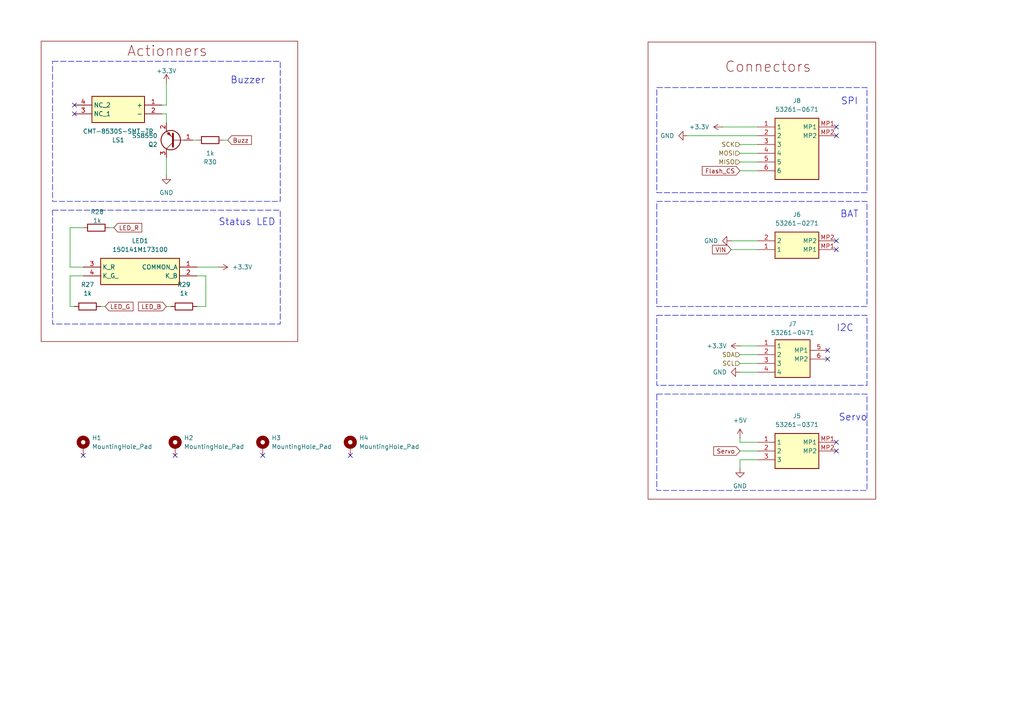
<source format=kicad_sch>
(kicad_sch (version 20250114) (generator "eeschema") (generator_version "9.0")
  (paper "A4")
  (lib_symbols
    (symbol "Device:R" (pin_numbers (hide yes)) (pin_names (offset 0))
      (property "Reference" "R" (at 2.032 0 90))
      (property "Value" "R" (at 0 0 90))
      (symbol "R_0_1"
        (rectangle (start -1.016 -2.54) (end 1.016 2.54) (stroke (width 0.254)))
      )
      (symbol "R_1_1"
        (pin passive line (at 0 3.81 270) (length 1.27) (name "~") (number "1"))
        (pin passive line (at 0 -3.81 90) (length 1.27) (name "~") (number "2"))
      )
    )
    (symbol "Mechanical:MountingHole_Pad" (pin_numbers (hide yes)) (pin_names (offset 1.016) (hide yes)) (in_bom no)
      (property "Reference" "H" (at 0 6.35 0))
      (property "Value" "MountingHole_Pad" (at 0 4.445 0))
      (symbol "MountingHole_Pad_0_1"
        (circle (center 0 1.27) (radius 1.27) (stroke (width 1.27)))
      )
      (symbol "MountingHole_Pad_1_1"
        (pin input line (at 0 -2.54 90) (length 2.54) (name "1") (number "1"))
      )
    )
    (symbol "Skyfall_Lib:150141M173100"
      (property "Reference" "LED" (at 29.21 7.62 0))
      (property "Value" "150141M173100" (at 29.21 5.08 0))
      (symbol "150141M173100_1_1"
        (rectangle (start 5.08 2.54) (end 27.94 -5.08) (stroke (width 0.254)) (fill (type background)))
        (pin passive line (at 0 0 0) (length 5.08) (name "K_R") (number "3"))
        (pin passive line (at 0 -2.54 0) (length 5.08) (name "K_G_") (number "4"))
        (pin passive line (at 33.02 0 180) (length 5.08) (name "COMMON_A") (number "1"))
        (pin passive line (at 33.02 -2.54 180) (length 5.08) (name "K_B") (number "2"))
      )
    )
    (symbol "Skyfall_Lib:53261-0271"
      (property "Reference" "J" (at 19.05 7.62 0))
      (property "Value" "53261-0271" (at 19.05 5.08 0))
      (symbol "53261-0271_1_1"
        (rectangle (start 5.08 2.54) (end 17.78 -5.08) (stroke (width 0.254)) (fill (type background)))
        (pin passive line (at 0 0 0) (length 5.08) (name "2") (number "2"))
        (pin passive line (at 0 -2.54 0) (length 5.08) (name "1") (number "1"))
        (pin passive line (at 22.86 0 180) (length 5.08) (name "MP2") (number "MP2"))
        (pin passive line (at 22.86 -2.54 180) (length 5.08) (name "MP1") (number "MP1"))
      )
    )
    (symbol "Skyfall_Lib:53261-0371"
      (property "Reference" "J" (at 19.05 7.62 0))
      (property "Value" "53261-0371" (at 19.05 5.08 0))
      (symbol "53261-0371_1_1"
        (rectangle (start 5.08 2.54) (end 17.78 -7.62) (stroke (width 0.254)) (fill (type background)))
        (pin passive line (at 0 0 0) (length 5.08) (name "MP1") (number "MP1"))
        (pin passive line (at 0 -2.54 0) (length 5.08) (name "MP2") (number "MP2"))
        (pin passive line (at 22.86 0 180) (length 5.08) (name "1") (number "1"))
        (pin passive line (at 22.86 -2.54 180) (length 5.08) (name "2") (number "2"))
        (pin passive line (at 22.86 -5.08 180) (length 5.08) (name "3") (number "3"))
      )
    )
    (symbol "Skyfall_Lib:53261-0471"
      (property "Reference" "J" (at 16.51 7.62 0))
      (property "Value" "53261-0471" (at 16.51 5.08 0))
      (symbol "53261-0471_1_1"
        (rectangle (start 5.08 3.048) (end 15.24 -7.874) (stroke (width 0.254)) (fill (type background)))
        (pin passive line (at 0 1.27 0) (length 5.08) (name "1") (number "1"))
        (pin passive line (at 0 -1.27 0) (length 5.08) (name "2") (number "2"))
        (pin passive line (at 0 -3.81 0) (length 5.08) (name "3") (number "3"))
        (pin passive line (at 0 -6.35 0) (length 5.08) (name "4") (number "4"))
        (pin passive line (at 20.32 0 180) (length 5.08) (name "MP1") (number "5"))
        (pin passive line (at 20.32 -2.54 180) (length 5.08) (name "MP2") (number "6"))
      )
    )
    (symbol "Skyfall_Lib:53261-0671"
      (property "Reference" "J" (at 19.05 7.62 0))
      (property "Value" "53261-0671" (at 19.05 5.08 0))
      (symbol "53261-0671_1_1"
        (rectangle (start 5.08 2.54) (end 17.78 -15.24) (stroke (width 0.254)) (fill (type background)))
        (pin passive line (at 0 0 0) (length 5.08) (name "MP1") (number "MP1"))
        (pin passive line (at 0 -2.54 0) (length 5.08) (name "MP2") (number "MP2"))
        (pin passive line (at 22.86 0 180) (length 5.08) (name "1") (number "1"))
        (pin passive line (at 22.86 -2.54 180) (length 5.08) (name "2") (number "2"))
        (pin passive line (at 22.86 -5.08 180) (length 5.08) (name "3") (number "3"))
        (pin passive line (at 22.86 -7.62 180) (length 5.08) (name "4") (number "4"))
        (pin passive line (at 22.86 -10.16 180) (length 5.08) (name "5") (number "5"))
        (pin passive line (at 22.86 -12.7 180) (length 5.08) (name "6") (number "6"))
      )
    )
    (symbol "Skyfall_Lib:CMT-8530S-SMT-TR"
      (property "Reference" "LS" (at 21.59 7.62 0))
      (property "Value" "CMT-8530S-SMT-TR" (at 21.59 5.08 0))
      (symbol "CMT-8530S-SMT-TR_1_1"
        (rectangle (start 5.08 2.54) (end 20.32 -5.08) (stroke (width 0.254)) (fill (type background)))
        (pin passive line (at 0 0 0) (length 5.08) (name "NC_1") (number "3"))
        (pin passive line (at 0 -2.54 0) (length 5.08) (name "NC_2") (number "4"))
        (pin passive line (at 25.4 0 180) (length 5.08) (name "-") (number "2"))
        (pin passive line (at 25.4 -2.54 180) (length 5.08) (name "+") (number "1"))
      )
    )
    (symbol "Transistor_BJT:SS8550" (pin_names (offset 0) (hide yes))
      (property "Reference" "Q" (at 5.08 1.905 0))
      (property "Value" "SS8550" (at 5.08 0 0))
      (symbol "SS8550_0_1"
        (polyline (pts (xy -2.54 0) (xy 0.635 0)))
        (polyline (pts (xy 0.635 1.905) (xy 0.635 -1.905)) (stroke (width 0.508)))
        (polyline (pts (xy 0.635 0.635) (xy 2.54 2.54)))
        (polyline (pts (xy 0.635 -0.635) (xy 2.54 -2.54)))
        (circle (center 1.27 0) (radius 2.8194) (stroke (width 0.254)))
        (polyline (pts (xy 2.286 -1.778) (xy 1.778 -2.286) (xy 1.27 -1.27) (xy 2.286 -1.778)) (fill (type outline)))
      )
      (symbol "SS8550_1_1"
        (pin input line (at -5.08 0 0) (length 2.54) (name "B") (number "1"))
        (pin passive line (at 2.54 5.08 270) (length 2.54) (name "C") (number "3"))
        (pin passive line (at 2.54 -5.08 90) (length 2.54) (name "E") (number "2"))
      )
    )
    (symbol "power:+3.3V" (power) (pin_numbers (hide yes)) (pin_names (offset 0) (hide yes))
      (property "Value" "+3.3V" (at 0 3.556 0))
      (symbol "+3.3V_0_1"
        (polyline (pts (xy -0.762 1.27) (xy 0 2.54)))
        (polyline (pts (xy 0 2.54) (xy 0.762 1.27)))
        (polyline (pts (xy 0 0) (xy 0 2.54)))
      )
      (symbol "+3.3V_1_1"
        (pin power_in line (at 0 0 90) (length 0) (name "~") (number "1"))
      )
    )
    (symbol "power:+5V" (power) (pin_numbers (hide yes)) (pin_names (offset 0) (hide yes))
      (property "Value" "+5V" (at 0 3.556 0))
      (symbol "+5V_0_1"
        (polyline (pts (xy -0.762 1.27) (xy 0 2.54)))
        (polyline (pts (xy 0 2.54) (xy 0.762 1.27)))
        (polyline (pts (xy 0 0) (xy 0 2.54)))
      )
      (symbol "+5V_1_1"
        (pin power_in line (at 0 0 90) (length 0) (name "~") (number "1"))
      )
    )
    (symbol "power:GND" (power) (pin_numbers (hide yes)) (pin_names (offset 0) (hide yes))
      (property "Value" "GND" (at 0 -3.81 0))
      (symbol "GND_0_1"
        (polyline (pts (xy 0 0) (xy 0 -1.27) (xy 1.27 -1.27) (xy 0 -2.54) (xy -1.27 -1.27) (xy 0 -1.27)))
      )
      (symbol "GND_1_1"
        (pin power_in line (at 0 0 270) (length 0) (name "~") (number "1"))
      )
    )
  )
  (rectangle (start 190.5 58.42) (end 251.46 88.9) (stroke (width 0) (type dash)))
  (rectangle (start 190.5 114.3) (end 251.46 142.24) (stroke (width 0) (type dash)))
  (rectangle (start 190.5 25.4) (end 251.46 55.88) (stroke (width 0) (type dash)))
  (rectangle (start 15.24 60.96) (end 81.28 93.98) (stroke (width 0) (type dash)))
  (rectangle (start 11.938 11.938) (end 86.36 99.06) (stroke (width 0) (color 128 0 0 1)))
  (rectangle (start 190.5 91.44) (end 251.46 111.76) (stroke (width 0) (type dash)))
  (rectangle (start 15.24 17.78) (end 81.28 58.42) (stroke (width 0) (type dash)))
  (rectangle (start 187.96 12.192) (end 254 144.78) (stroke (width 0) (color 128 0 0 1)))
  (text "Buzzer" (at 71.882 23.368 0) (effects (font (size 2 2))))
  (text "Actionners" (at 48.514 14.986 0) (effects (font (size 3 3))))
  (text "Status LED" (at 71.628 64.516 0) (effects (font (size 2 2))))
  (text "BAT" (at 246.38 62.23 0) (effects (font (size 2 2))))
  (text "SPI" (at 246.38 29.464 0) (effects (font (size 2 2))))
  (text "Servo" (at 247.396 121.158 0) (effects (font (size 2 2))))
  (text "I2C" (at 245.11 95.25 0) (effects (font (size 2 2))))
  (text "Connectors" (at 222.758 19.558 0) (effects (font (size 3 3))))
  (no_connect (at 242.57 39.37))
  (no_connect (at 242.57 36.83))
  (no_connect (at 240.03 101.6))
  (no_connect (at 101.6 132.08))
  (no_connect (at 240.03 104.14))
  (no_connect (at 242.57 130.81))
  (no_connect (at 76.2 132.08))
  (no_connect (at 242.57 72.39))
  (no_connect (at 242.57 69.85))
  (no_connect (at 24.13 132.08))
  (no_connect (at 242.57 128.27))
  (no_connect (at 21.59 30.48))
  (no_connect (at 50.8 132.08))
  (no_connect (at 21.59 33.02))
  (wire (pts (xy 46.99 33.02) (xy 48.26 33.02)))
  (wire (pts (xy 48.26 88.9) (xy 49.53 88.9)))
  (wire (pts (xy 214.63 100.33) (xy 219.71 100.33)))
  (wire (pts (xy 48.26 30.48) (xy 46.99 30.48)))
  (wire (pts (xy 64.77 40.64) (xy 66.04 40.64)))
  (wire (pts (xy 29.21 88.9) (xy 30.48 88.9)))
  (wire (pts (xy 20.32 77.47) (xy 24.13 77.47)))
  (wire (pts (xy 214.63 46.99) (xy 219.71 46.99)))
  (wire (pts (xy 48.26 33.02) (xy 48.26 35.56)))
  (wire (pts (xy 212.09 69.85) (xy 219.71 69.85)))
  (wire (pts (xy 59.69 88.9) (xy 59.69 80.01)))
  (wire (pts (xy 199.39 39.37) (xy 219.71 39.37)))
  (wire (pts (xy 219.71 133.35) (xy 214.63 133.35)))
  (wire (pts (xy 219.71 102.87) (xy 214.63 102.87)))
  (wire (pts (xy 214.63 41.91) (xy 219.71 41.91)))
  (wire (pts (xy 212.09 72.39) (xy 219.71 72.39)))
  (wire (pts (xy 31.75 66.04) (xy 33.02 66.04)))
  (wire (pts (xy 24.13 80.01) (xy 20.32 80.01)))
  (wire (pts (xy 214.63 128.27) (xy 219.71 128.27)))
  (wire (pts (xy 59.69 80.01) (xy 57.15 80.01)))
  (wire (pts (xy 219.71 130.81) (xy 214.63 130.81)))
  (wire (pts (xy 48.26 24.13) (xy 48.26 30.48)))
  (wire (pts (xy 214.63 44.45) (xy 219.71 44.45)))
  (wire (pts (xy 20.32 88.9) (xy 21.59 88.9)))
  (wire (pts (xy 20.32 66.04) (xy 24.13 66.04)))
  (wire (pts (xy 57.15 77.47) (xy 63.5 77.47)))
  (wire (pts (xy 57.15 88.9) (xy 59.69 88.9)))
  (wire (pts (xy 214.63 105.41) (xy 219.71 105.41)))
  (wire (pts (xy 20.32 80.01) (xy 20.32 88.9)))
  (wire (pts (xy 20.32 66.04) (xy 20.32 77.47)))
  (wire (pts (xy 48.26 45.72) (xy 48.26 50.8)))
  (wire (pts (xy 219.71 107.95) (xy 214.63 107.95)))
  (wire (pts (xy 57.15 40.64) (xy 55.88 40.64)))
  (wire (pts (xy 214.63 128.27) (xy 214.63 127)))
  (wire (pts (xy 214.63 49.53) (xy 219.71 49.53)))
  (wire (pts (xy 214.63 133.35) (xy 214.63 135.89)))
  (wire (pts (xy 209.55 36.83) (xy 219.71 36.83)))
  (global_label "Buzz" (shape input) (at 66.04 40.64 0) (property "Intersheetrefs" "${INTERSHEET_REFS}" (effects (hide yes))))
  (global_label "LED_R" (shape input) (at 33.02 66.04 0) (property "Intersheetrefs" "${INTERSHEET_REFS}" (effects (hide yes))))
  (global_label "LED_G" (shape input) (at 30.48 88.9 0) (property "Intersheetrefs" "${INTERSHEET_REFS}" (effects (hide yes))))
  (global_label "LED_B" (shape input) (at 48.26 88.9 180) (property "Intersheetrefs" "${INTERSHEET_REFS}" (effects (hide yes))))
  (global_label "Flash_CS" (shape input) (at 214.63 49.53 180) (property "Intersheetrefs" "${INTERSHEET_REFS}" (effects (hide yes))))
  (global_label "VIN" (shape input) (at 212.09 72.39 180) (property "Intersheetrefs" "${INTERSHEET_REFS}" (effects (hide yes))))
  (global_label "Servo" (shape input) (at 214.63 130.81 180) (property "Intersheetrefs" "${INTERSHEET_REFS}" (effects (hide yes))))
  (hierarchical_label "SDA" (shape input) (at 214.63 102.87 180))
  (hierarchical_label "SCL" (shape input) (at 214.63 105.41 180))
  (hierarchical_label "SCK" (shape input) (at 214.63 41.91 180))
  (hierarchical_label "MISO" (shape input) (at 214.63 46.99 180))
  (hierarchical_label "MOSI" (shape input) (at 214.63 44.45 180))
  (symbol (lib_id "power:+3.3V") (at 63.5 77.47 270) (unit 1)
    (property "Reference" "#PWR081" (effects (hide yes)))
    (property "Value" "+3.3V" (at 67.31 77.4699 90) (effects (justify left)))
    (property "Description" "Power symbol creates a global label with name \"+3.3V\"" (effects (hide yes)))
  )
  (symbol (lib_id "Skyfall_Lib:53261-0371") (at 242.57 128.27 0) (mirror y) (unit 1)
    (property "Reference" "J5" (at 231.14 120.65 0))
    (property "Value" "53261-0371" (at 231.14 123.19 0))
    (property "Footprint" "Skyfall_Lib:532610371" (effects (hide yes)))
    (property "Description" "1.25mm Pitch, PicoBlade PCB Header, Single Row, Right-Angle, Surface Mount, Tin (Sn) Plating, Friction Lock,  Circuits, Tape and Reel" (effects (hide yes)))
    (property "Height" "3.6" (effects (hide yes)))
    (property "Mouser Part Number" "538-53261-0371" (effects (hide yes)))
    (property "Mouser Price/Stock" "https://www.mouser.co.uk/ProductDetail/Molex/53261-0371?qs=%252B72YyncTwW%252BTQBxAO1kJjA%3D%3D" (effects (hide yes)))
    (property "Manufacturer_Name" "Molex" (effects (hide yes)))
    (property "Manufacturer_Part_Number" "53261-0371" (effects (hide yes)))
  )
  (symbol (lib_id "power:GND") (at 48.26 50.8 0) (unit 1)
    (property "Reference" "#PWR078" (effects (hide yes)))
    (property "Value" "GND" (at 48.26 55.88 0))
    (property "Description" "Power symbol creates a global label with name \"GND\" , ground" (effects (hide yes)))
  )
  (symbol (lib_id "Skyfall_Lib:53261-0271") (at 219.71 69.85 0) (unit 1)
    (property "Reference" "J6" (at 231.14 62.23 0))
    (property "Value" "53261-0271" (at 231.14 64.77 0))
    (property "Footprint" "Skyfall_Lib:532610271" (effects (hide yes)))
    (property "Datasheet" "https://www.molex.com/pdm_docs/sd/532610271_sd.pdf" (effects (hide yes)))
    (property "Description" "1.25mm Pitch, PicoBlade PCB Header, Single Row, Right-Angle, Surface Mount, Tin (Sn) Plating, Friction Lock,  Circuits, Tape and Reel" (effects (hide yes)))
    (property "Height" "3.65" (effects (hide yes)))
    (property "Mouser Part Number" "538-53261-0271" (effects (hide yes)))
    (property "Mouser Price/Stock" "https://www.mouser.co.uk/ProductDetail/Molex/53261-0271?qs=%252B72YyncTwW%252B8%252BBjraxGf3A%3D%3D" (effects (hide yes)))
    (property "Manufacturer_Name" "Molex" (effects (hide yes)))
    (property "Manufacturer_Part_Number" "53261-0271" (effects (hide yes)))
  )
  (symbol (lib_id "Skyfall_Lib:53261-0671") (at 242.57 36.83 0) (mirror y) (unit 1)
    (property "Reference" "J8" (at 231.14 29.21 0))
    (property "Value" "53261-0671" (at 231.14 31.75 0))
    (property "Footprint" "Skyfall_Lib:532610671" (effects (hide yes)))
    (property "Datasheet" "https://www.molex.com/pdm_docs/sd/532610671_sd.pdf" (effects (hide yes)))
    (property "Description" "1.25mm Pitch, PicoBlade PCB Header, Single Row, Right-Angle, Surface Mount, Tin (Sn) Plating, Friction Lock,  Circuits, Tape and Reel" (effects (hide yes)))
    (property "Height" "3.6" (effects (hide yes)))
    (property "Mouser Part Number" "538-53261-0671" (effects (hide yes)))
    (property "Mouser Price/Stock" "https://www.mouser.co.uk/ProductDetail/Molex/53261-0671?qs=%252B72YyncTwW9Wyr77z4J2cA%3D%3D" (effects (hide yes)))
    (property "Manufacturer_Name" "Molex" (effects (hide yes)))
    (property "Manufacturer_Part_Number" "53261-0671" (effects (hide yes)))
  )
  (symbol (lib_id "Device:R") (at 27.94 66.04 90) (unit 1)
    (property "Reference" "R28" (at 28.194 61.468 90))
    (property "Value" "1k" (at 28.194 64.008 90))
    (property "Footprint" "Resistor_SMD:R_0603_1608Metric" (effects (hide yes)))
    (property "Description" "Resistor" (effects (hide yes)))
  )
  (symbol (lib_id "power:GND") (at 199.39 39.37 270) (unit 1)
    (property "Reference" "#PWR082" (effects (hide yes)))
    (property "Value" "GND" (at 195.58 39.3699 90) (effects (justify right)))
    (property "Description" "Power symbol creates a global label with name \"GND\" , ground" (effects (hide yes)))
  )
  (symbol (lib_id "Mechanical:MountingHole_Pad") (at 101.6 129.54 0) (unit 1) (in_bom no)
    (property "Reference" "H4" (at 104.14 126.9999 0) (effects (justify left)))
    (property "Value" "MountingHole_Pad" (at 104.14 129.5399 0) (effects (justify left)))
    (property "Footprint" "MountingHole:MountingHole_2.7mm_M2.5_Pad" (effects (hide yes)))
    (property "Description" "Mounting Hole with connection" (effects (hide yes)))
  )
  (symbol (lib_id "power:GND") (at 214.63 107.95 270) (mirror x) (unit 1)
    (property "Reference" "#PWR04" (effects (hide yes)))
    (property "Value" "GND" (at 210.82 107.9499 90) (effects (justify right)))
    (property "Description" "Power symbol creates a global label with name \"GND\" , ground" (effects (hide yes)))
  )
  (symbol (lib_id "Mechanical:MountingHole_Pad") (at 50.8 129.54 0) (unit 1) (in_bom no)
    (property "Reference" "H2" (at 53.34 126.9999 0) (effects (justify left)))
    (property "Value" "MountingHole_Pad" (at 53.34 129.5399 0) (effects (justify left)))
    (property "Footprint" "MountingHole:MountingHole_2.7mm_M2.5_Pad" (effects (hide yes)))
    (property "Description" "Mounting Hole with connection" (effects (hide yes)))
  )
  (symbol (lib_id "Skyfall_Lib:53261-0471") (at 219.71 101.6 0) (unit 1)
    (property "Reference" "J7" (at 229.87 93.98 0))
    (property "Value" "53261-0471" (at 229.87 96.52 0))
    (property "Footprint" "Skyfall_Lib:53261-0471" (effects (hide yes)))
    (property "Datasheet" "http://www.molex.com/webdocs/datasheets/pdf/en-us//0532610471_PCB_HEADERS.pdf" (effects (hide yes)))
    (property "Description" "4 way SMT r/a header Molex PICOBLADE Series, Series Number 53261, 1.25mm Pitch 4 Way 1 Row Shrouded Right Angle PCB Header, Surface Mount" (effects (hide yes)))
    (property "Mouser Part Number" "538-53261-0471" (effects (hide yes)))
    (property "Mouser Price/Stock" "https://www.mouser.co.uk/ProductDetail/Molex/53261-0471?qs=%252B72YyncTwW9e3et3PwnEMw%3D%3D" (effects (hide yes)))
    (property "Manufacturer_Name" "Molex" (effects (hide yes)))
    (property "Manufacturer_Part_Number" "53261-0471" (effects (hide yes)))
  )
  (symbol (lib_id "power:+3.3V") (at 214.63 100.33 90) (unit 1)
    (property "Reference" "#PWR084" (effects (hide yes)))
    (property "Value" "+3.3V" (at 210.82 100.3299 90) (effects (justify left)))
    (property "Description" "Power symbol creates a global label with name \"+3.3V\"" (effects (hide yes)))
  )
  (symbol (lib_id "power:+3.3V") (at 209.55 36.83 90) (unit 1)
    (property "Reference" "#PWR086" (effects (hide yes)))
    (property "Value" "+3.3V" (at 205.74 36.8299 90) (effects (justify left)))
    (property "Description" "Power symbol creates a global label with name \"+3.3V\"" (effects (hide yes)))
  )
  (symbol (lib_id "Device:R") (at 25.4 88.9 90) (unit 1)
    (property "Reference" "R27" (at 25.4 82.55 90))
    (property "Value" "1k" (at 25.4 85.09 90))
    (property "Footprint" "Resistor_SMD:R_0603_1608Metric" (effects (hide yes)))
    (property "Description" "Resistor" (effects (hide yes)))
  )
  (symbol (lib_id "Device:R") (at 60.96 40.64 90) (mirror x) (unit 1)
    (property "Reference" "R30" (at 60.96 46.99 90))
    (property "Value" "1k" (at 60.96 44.45 90))
    (property "Footprint" "Resistor_SMD:R_0603_1608Metric" (effects (hide yes)))
    (property "Description" "Resistor" (effects (hide yes)))
  )
  (symbol (lib_id "Skyfall_Lib:CMT-8530S-SMT-TR") (at 21.59 33.02 0) (mirror x) (unit 1)
    (property "Reference" "LS1" (at 34.29 40.64 0))
    (property "Value" "CMT-8530S-SMT-TR" (at 34.29 38.1 0))
    (property "Footprint" "Skyfall_Lib:CMT8530SSMTTR" (effects (hide yes)))
    (property "Datasheet" "https://www.sameskydevices.com/product/resource/cmt-8530s-smt-tr.pdf" (effects (hide yes)))
    (property "Description" "8.5 mm, 3.6 Vo-p, 90 dB, Surface Mount (SMT), Magnetic Audio Transducer Buzzer" (effects (hide yes)))
    (property "Height" "3.5" (effects (hide yes)))
    (property "Mouser Part Number" "490-CMT-8530S-SMT-TR" (effects (hide yes)))
    (property "Mouser Price/Stock" "https://www.mouser.co.uk/ProductDetail/Same-Sky/CMT-8530S-SMT-TR?qs=qCxwlXJ4fnxl6A4lXsnRBQ%3D%3D" (effects (hide yes)))
    (property "Manufacturer_Name" "Same Sky" (effects (hide yes)))
    (property "Manufacturer_Part_Number" "CMT-8530S-SMT-TR" (effects (hide yes)))
  )
  (symbol (lib_id "Skyfall_Lib:150141M173100") (at 24.13 77.47 0) (unit 1)
    (property "Reference" "LED1" (at 40.64 69.85 0))
    (property "Value" "150141M173100" (at 40.64 72.39 0))
    (property "Footprint" "Skyfall_Lib:150141M173100" (effects (hide yes)))
    (property "Datasheet" "https://www.we-online.com/katalog/datasheet/150141M173100.pdf" (effects (hide yes)))
    (property "Description" "Red, Green, Blue (RGB) 625nm Red, 520nm Green, 470nm Blue LED Indication - Discrete 2V Red, 3.2V Green, 3.2V Blue 1411 (3528 Metric)" (effects (hide yes)))
    (property "Height" "2.1" (effects (hide yes)))
    (property "Mouser Part Number" "710-150141M173100" (effects (hide yes)))
    (property "Mouser Price/Stock" "https://www.mouser.co.uk/ProductDetail/Wurth-Elektronik/150141M173100?qs=2kOmHSv6VfT%2Fmnpysgc7Ng%3D%3D" (effects (hide yes)))
    (property "Manufacturer_Name" "Wurth Elektronik" (effects (hide yes)))
    (property "Manufacturer_Part_Number" "150141M173100" (effects (hide yes)))
  )
  (symbol (lib_id "power:GND") (at 214.63 135.89 0) (mirror y) (unit 1)
    (property "Reference" "#PWR080" (effects (hide yes)))
    (property "Value" "GND" (at 214.63 140.97 0))
    (property "Description" "Power symbol creates a global label with name \"GND\" , ground" (effects (hide yes)))
  )
  (symbol (lib_id "Mechanical:MountingHole_Pad") (at 76.2 129.54 0) (unit 1) (in_bom no)
    (property "Reference" "H3" (at 78.74 126.9999 0) (effects (justify left)))
    (property "Value" "MountingHole_Pad" (at 78.74 129.5399 0) (effects (justify left)))
    (property "Footprint" "MountingHole:MountingHole_2.7mm_M2.5_Pad" (effects (hide yes)))
    (property "Description" "Mounting Hole with connection" (effects (hide yes)))
  )
  (symbol (lib_id "power:+3.3V") (at 48.26 24.13 0) (unit 1)
    (property "Reference" "#PWR077" (effects (hide yes)))
    (property "Value" "+3.3V" (at 48.26 20.574 0))
    (property "Description" "Power symbol creates a global label with name \"+3.3V\"" (effects (hide yes)))
  )
  (symbol (lib_id "Device:R") (at 53.34 88.9 270) (unit 1)
    (property "Reference" "R29" (at 53.34 82.55 90))
    (property "Value" "1k" (at 53.34 85.09 90))
    (property "Footprint" "Resistor_SMD:R_0603_1608Metric" (effects (hide yes)))
    (property "Description" "Resistor" (effects (hide yes)))
  )
  (symbol (lib_id "Transistor_BJT:SS8550") (at 50.8 40.64 180) (unit 1)
    (property "Reference" "Q2" (at 45.72 41.9101 0) (effects (justify left)))
    (property "Value" "SS8550" (at 45.72 39.3701 0) (effects (justify left)))
    (property "Footprint" "Package_TO_SOT_SMD:SOT-23" (effects (hide yes)))
    (property "Datasheet" "http://www.secosgmbh.com/datasheet/products/SSMPTransistor/SOT-23/SS8550.pdf" (effects (hide yes)))
    (property "Description" "General Purpose PNP Transistor, 1.5A Ic, 25V Vce, SOT-23" (effects (hide yes)))
  )
  (symbol (lib_id "power:+5V") (at 214.63 127 0) (mirror y) (unit 1)
    (property "Reference" "#PWR079" (effects (hide yes)))
    (property "Value" "+5V" (at 214.63 121.92 0))
    (property "Description" "Power symbol creates a global label with name \"+5V\"" (effects (hide yes)))
  )
  (symbol (lib_id "Mechanical:MountingHole_Pad") (at 24.13 129.54 0) (unit 1) (in_bom no)
    (property "Reference" "H1" (at 26.67 126.9999 0) (effects (justify left)))
    (property "Value" "MountingHole_Pad" (at 26.67 129.5399 0) (effects (justify left)))
    (property "Footprint" "MountingHole:MountingHole_2.7mm_M2.5_Pad" (effects (hide yes)))
    (property "Description" "Mounting Hole with connection" (effects (hide yes)))
  )
  (symbol (lib_id "power:GND") (at 212.09 69.85 270) (unit 1)
    (property "Reference" "#PWR083" (effects (hide yes)))
    (property "Value" "GND" (at 208.28 69.8499 90) (effects (justify right)))
    (property "Description" "Power symbol creates a global label with name \"GND\" , ground" (effects (hide yes)))
  )
)
</source>
